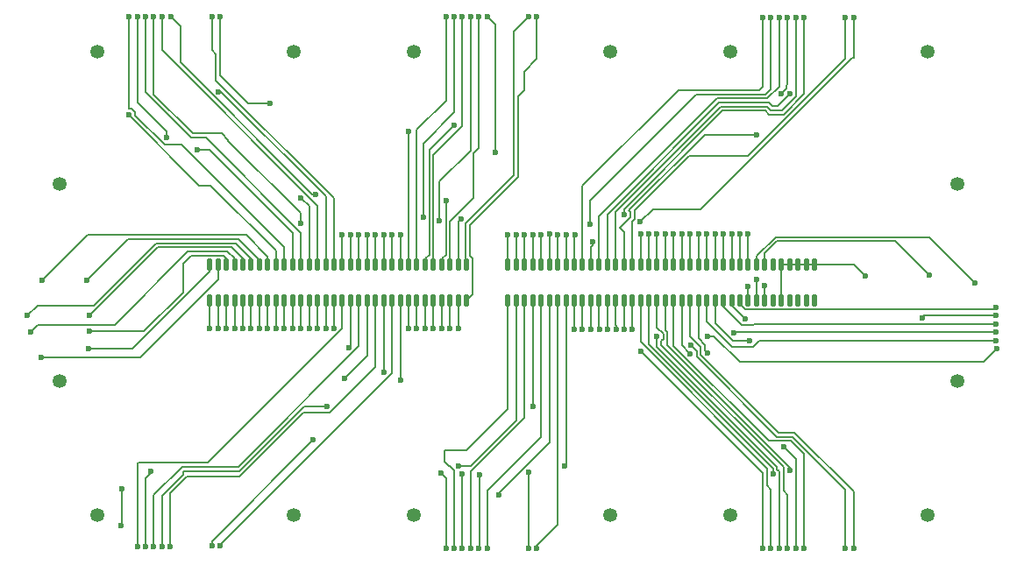
<source format=gbr>
%TF.GenerationSoftware,KiCad,Pcbnew,8.0.2-1*%
%TF.CreationDate,2025-02-24T13:25:59-05:00*%
%TF.ProjectId,ConcentratorBoardOctagon,436f6e63-656e-4747-9261-746f72426f61,rev?*%
%TF.SameCoordinates,Original*%
%TF.FileFunction,Copper,L2,Bot*%
%TF.FilePolarity,Positive*%
%FSLAX46Y46*%
G04 Gerber Fmt 4.6, Leading zero omitted, Abs format (unit mm)*
G04 Created by KiCad (PCBNEW 8.0.2-1) date 2025-02-24 13:25:59*
%MOMM*%
%LPD*%
G01*
G04 APERTURE LIST*
G04 Aperture macros list*
%AMRoundRect*
0 Rectangle with rounded corners*
0 $1 Rounding radius*
0 $2 $3 $4 $5 $6 $7 $8 $9 X,Y pos of 4 corners*
0 Add a 4 corners polygon primitive as box body*
4,1,4,$2,$3,$4,$5,$6,$7,$8,$9,$2,$3,0*
0 Add four circle primitives for the rounded corners*
1,1,$1+$1,$2,$3*
1,1,$1+$1,$4,$5*
1,1,$1+$1,$6,$7*
1,1,$1+$1,$8,$9*
0 Add four rect primitives between the rounded corners*
20,1,$1+$1,$2,$3,$4,$5,0*
20,1,$1+$1,$4,$5,$6,$7,0*
20,1,$1+$1,$6,$7,$8,$9,0*
20,1,$1+$1,$8,$9,$2,$3,0*%
G04 Aperture macros list end*
%TA.AperFunction,ComponentPad*%
%ADD10C,1.348000*%
%TD*%
%TA.AperFunction,SMDPad,CuDef*%
%ADD11RoundRect,0.125000X-0.125000X-0.475000X0.125000X-0.475000X0.125000X0.475000X-0.125000X0.475000X0*%
%TD*%
%TA.AperFunction,ViaPad*%
%ADD12C,0.600000*%
%TD*%
%TA.AperFunction,Conductor*%
%ADD13C,0.200000*%
%TD*%
G04 APERTURE END LIST*
D10*
%TO.P,REF\u002A\u002A4,S1*%
%TO.N,N/C*%
X90505000Y-122500000D03*
%TO.P,REF\u002A\u002A4,S2*%
X109495000Y-122500000D03*
%TD*%
%TO.P,REF\u002A\u002A,S1*%
%TO.N,N/C*%
X59905000Y-122500000D03*
%TO.P,REF\u002A\u002A,S2*%
X78895000Y-122500000D03*
%TD*%
%TO.P,REF\u002A\u002A2,S1*%
%TO.N,N/C*%
X121105000Y-122500000D03*
%TO.P,REF\u002A\u002A2,S2*%
X140095000Y-122500000D03*
%TD*%
%TO.P,REF\u002A\u002A2,S1*%
%TO.N,N/C*%
X121105000Y-77700000D03*
%TO.P,REF\u002A\u002A2,S2*%
X140095000Y-77700000D03*
%TD*%
%TO.P,REF\u002A\u002A,S1*%
%TO.N,N/C*%
X143000000Y-109495000D03*
%TO.P,REF\u002A\u002A,S2*%
X143000000Y-90505000D03*
%TD*%
%TO.P,REF\u002A\u002A1,S1*%
%TO.N,N/C*%
X59905000Y-77700000D03*
%TO.P,REF\u002A\u002A1,S2*%
X78895000Y-77700000D03*
%TD*%
%TO.P,REF\u002A\u002A3,S1*%
%TO.N,N/C*%
X90505000Y-77700000D03*
%TO.P,REF\u002A\u002A3,S2*%
X109495000Y-77700000D03*
%TD*%
%TO.P,REF\u002A\u002A,S1*%
%TO.N,N/C*%
X56300000Y-109495000D03*
%TO.P,REF\u002A\u002A,S2*%
X56300000Y-90505000D03*
%TD*%
D11*
%TO.P,REF\u002A\u002A,1*%
%TO.N,A0*%
X70800000Y-98300000D03*
%TO.P,REF\u002A\u002A,2*%
%TO.N,A1*%
X70800000Y-101700000D03*
%TO.P,REF\u002A\u002A,3*%
%TO.N,K0*%
X71600000Y-98300000D03*
%TO.P,REF\u002A\u002A,4*%
%TO.N,K1*%
X71600000Y-101700000D03*
%TO.P,REF\u002A\u002A,5*%
%TO.N,A2*%
X72400000Y-98300000D03*
%TO.P,REF\u002A\u002A,6*%
%TO.N,A3*%
X72400000Y-101700000D03*
%TO.P,REF\u002A\u002A,7*%
%TO.N,K2*%
X73200000Y-98300000D03*
%TO.P,REF\u002A\u002A,8*%
%TO.N,K3*%
X73200000Y-101700000D03*
%TO.P,REF\u002A\u002A,9*%
%TO.N,A4*%
X74000000Y-98300000D03*
%TO.P,REF\u002A\u002A,10*%
%TO.N,A5*%
X74000000Y-101700000D03*
%TO.P,REF\u002A\u002A,11*%
%TO.N,K4*%
X74800000Y-98300000D03*
%TO.P,REF\u002A\u002A,12*%
%TO.N,K5*%
X74800000Y-101700000D03*
%TO.P,REF\u002A\u002A,13*%
%TO.N,A6*%
X75600000Y-98300000D03*
%TO.P,REF\u002A\u002A,14*%
%TO.N,A7*%
X75600000Y-101700000D03*
%TO.P,REF\u002A\u002A,15*%
%TO.N,K6*%
X76400000Y-98300000D03*
%TO.P,REF\u002A\u002A,16*%
%TO.N,K7*%
X76400000Y-101700000D03*
%TO.P,REF\u002A\u002A,17*%
%TO.N,A8*%
X77200000Y-98300000D03*
%TO.P,REF\u002A\u002A,18*%
%TO.N,A9*%
X77200000Y-101700000D03*
%TO.P,REF\u002A\u002A,19*%
%TO.N,K8*%
X78000000Y-98300000D03*
%TO.P,REF\u002A\u002A,20*%
%TO.N,K9*%
X78000000Y-101700000D03*
%TO.P,REF\u002A\u002A,21*%
%TO.N,A10*%
X78800000Y-98300000D03*
%TO.P,REF\u002A\u002A,22*%
%TO.N,A11*%
X78800000Y-101700000D03*
%TO.P,REF\u002A\u002A,23*%
%TO.N,K10*%
X79600000Y-98300000D03*
%TO.P,REF\u002A\u002A,24*%
%TO.N,K11*%
X79600000Y-101700000D03*
%TO.P,REF\u002A\u002A,25*%
%TO.N,A12*%
X80400000Y-98300000D03*
%TO.P,REF\u002A\u002A,26*%
%TO.N,A13*%
X80400000Y-101700000D03*
%TO.P,REF\u002A\u002A,27*%
%TO.N,K12*%
X81200000Y-98300000D03*
%TO.P,REF\u002A\u002A,28*%
%TO.N,K13*%
X81200000Y-101700000D03*
%TO.P,REF\u002A\u002A,29*%
%TO.N,A14*%
X82000000Y-98300000D03*
%TO.P,REF\u002A\u002A,30*%
%TO.N,A15*%
X82000000Y-101700000D03*
%TO.P,REF\u002A\u002A,31*%
%TO.N,K14*%
X82800000Y-98300000D03*
%TO.P,REF\u002A\u002A,32*%
%TO.N,K15*%
X82800000Y-101700000D03*
%TO.P,REF\u002A\u002A,33*%
%TO.N,A16*%
X83600000Y-98300000D03*
%TO.P,REF\u002A\u002A,34*%
%TO.N,A17*%
X83600000Y-101700000D03*
%TO.P,REF\u002A\u002A,35*%
%TO.N,K16*%
X84400000Y-98300000D03*
%TO.P,REF\u002A\u002A,36*%
%TO.N,K17*%
X84400000Y-101700000D03*
%TO.P,REF\u002A\u002A,37*%
%TO.N,A18*%
X85200000Y-98300000D03*
%TO.P,REF\u002A\u002A,38*%
%TO.N,A19*%
X85200000Y-101700000D03*
%TO.P,REF\u002A\u002A,39*%
%TO.N,K18*%
X86000000Y-98300000D03*
%TO.P,REF\u002A\u002A,40*%
%TO.N,K19*%
X86000000Y-101700000D03*
%TO.P,REF\u002A\u002A,41*%
%TO.N,A20*%
X86800000Y-98300000D03*
%TO.P,REF\u002A\u002A,42*%
%TO.N,A21*%
X86800000Y-101700000D03*
%TO.P,REF\u002A\u002A,43*%
%TO.N,K20*%
X87600000Y-98300000D03*
%TO.P,REF\u002A\u002A,44*%
%TO.N,K21*%
X87600000Y-101700000D03*
%TO.P,REF\u002A\u002A,45*%
%TO.N,A22*%
X88400000Y-98300000D03*
%TO.P,REF\u002A\u002A,46*%
%TO.N,A23*%
X88400000Y-101700000D03*
%TO.P,REF\u002A\u002A,47*%
%TO.N,K22*%
X89200000Y-98300000D03*
%TO.P,REF\u002A\u002A,48*%
%TO.N,K23*%
X89200000Y-101700000D03*
%TO.P,REF\u002A\u002A,49*%
%TO.N,A24*%
X90000000Y-98300000D03*
%TO.P,REF\u002A\u002A,50*%
%TO.N,A25*%
X90000000Y-101700000D03*
%TO.P,REF\u002A\u002A,51*%
%TO.N,K24*%
X90800000Y-98300000D03*
%TO.P,REF\u002A\u002A,52*%
%TO.N,K25*%
X90800000Y-101700000D03*
%TO.P,REF\u002A\u002A,53*%
%TO.N,A26*%
X91600000Y-98300000D03*
%TO.P,REF\u002A\u002A,54*%
%TO.N,A27*%
X91600000Y-101700000D03*
%TO.P,REF\u002A\u002A,55*%
%TO.N,K26*%
X92400000Y-98300000D03*
%TO.P,REF\u002A\u002A,56*%
%TO.N,K27*%
X92400000Y-101700000D03*
%TO.P,REF\u002A\u002A,57*%
%TO.N,A28*%
X93200000Y-98300000D03*
%TO.P,REF\u002A\u002A,58*%
%TO.N,A29*%
X93200000Y-101700000D03*
%TO.P,REF\u002A\u002A,59*%
%TO.N,K28*%
X94000000Y-98300000D03*
%TO.P,REF\u002A\u002A,60*%
%TO.N,K29*%
X94000000Y-101700000D03*
%TO.P,REF\u002A\u002A,61*%
%TO.N,A30*%
X94800000Y-98300000D03*
%TO.P,REF\u002A\u002A,62*%
%TO.N,A31*%
X94800000Y-101700000D03*
%TO.P,REF\u002A\u002A,63*%
%TO.N,K30*%
X95600000Y-98300000D03*
%TO.P,REF\u002A\u002A,64*%
%TO.N,K31*%
X95600000Y-101700000D03*
%TO.P,REF\u002A\u002A,65*%
%TO.N,A32*%
X99600000Y-98300000D03*
%TO.P,REF\u002A\u002A,66*%
%TO.N,A33*%
X99600000Y-101700000D03*
%TO.P,REF\u002A\u002A,67*%
%TO.N,K32*%
X100400000Y-98300000D03*
%TO.P,REF\u002A\u002A,68*%
%TO.N,K33*%
X100400000Y-101700000D03*
%TO.P,REF\u002A\u002A,69*%
%TO.N,A34*%
X101200000Y-98300000D03*
%TO.P,REF\u002A\u002A,70*%
%TO.N,A35*%
X101200000Y-101700000D03*
%TO.P,REF\u002A\u002A,71*%
%TO.N,K34*%
X102000000Y-98300000D03*
%TO.P,REF\u002A\u002A,72*%
%TO.N,K35*%
X102000000Y-101700000D03*
%TO.P,REF\u002A\u002A,73*%
%TO.N,A36*%
X102800000Y-98300000D03*
%TO.P,REF\u002A\u002A,74*%
%TO.N,A37*%
X102800000Y-101700000D03*
%TO.P,REF\u002A\u002A,75*%
%TO.N,K36*%
X103600000Y-98300000D03*
%TO.P,REF\u002A\u002A,76*%
%TO.N,K37*%
X103600000Y-101700000D03*
%TO.P,REF\u002A\u002A,77*%
%TO.N,A38*%
X104400000Y-98300000D03*
%TO.P,REF\u002A\u002A,78*%
%TO.N,A39*%
X104400000Y-101700000D03*
%TO.P,REF\u002A\u002A,79*%
%TO.N,K38*%
X105200000Y-98300000D03*
%TO.P,REF\u002A\u002A,80*%
%TO.N,K39*%
X105200000Y-101700000D03*
%TO.P,REF\u002A\u002A,81*%
%TO.N,A40*%
X106000000Y-98300000D03*
%TO.P,REF\u002A\u002A,82*%
%TO.N,A41*%
X106000000Y-101700000D03*
%TO.P,REF\u002A\u002A,83*%
%TO.N,K40*%
X106800000Y-98300000D03*
%TO.P,REF\u002A\u002A,84*%
%TO.N,K41*%
X106800000Y-101700000D03*
%TO.P,REF\u002A\u002A,85*%
%TO.N,A42*%
X107600000Y-98300000D03*
%TO.P,REF\u002A\u002A,86*%
%TO.N,A43*%
X107600000Y-101700000D03*
%TO.P,REF\u002A\u002A,87*%
%TO.N,K42*%
X108400000Y-98300000D03*
%TO.P,REF\u002A\u002A,88*%
%TO.N,K43*%
X108400000Y-101700000D03*
%TO.P,REF\u002A\u002A,89*%
%TO.N,A44*%
X109200000Y-98300000D03*
%TO.P,REF\u002A\u002A,90*%
%TO.N,A45*%
X109200000Y-101700000D03*
%TO.P,REF\u002A\u002A,91*%
%TO.N,K44*%
X110000000Y-98300000D03*
%TO.P,REF\u002A\u002A,92*%
%TO.N,K45*%
X110000000Y-101700000D03*
%TO.P,REF\u002A\u002A,93*%
%TO.N,A46*%
X110800000Y-98300000D03*
%TO.P,REF\u002A\u002A,94*%
%TO.N,A47*%
X110800000Y-101700000D03*
%TO.P,REF\u002A\u002A,95*%
%TO.N,K46*%
X111600000Y-98300000D03*
%TO.P,REF\u002A\u002A,96*%
%TO.N,K47*%
X111600000Y-101700000D03*
%TO.P,REF\u002A\u002A,97*%
%TO.N,A48*%
X112400000Y-98300000D03*
%TO.P,REF\u002A\u002A,98*%
%TO.N,A49*%
X112400000Y-101700000D03*
%TO.P,REF\u002A\u002A,99*%
%TO.N,K48*%
X113200000Y-98300000D03*
%TO.P,REF\u002A\u002A,100*%
%TO.N,K49*%
X113200000Y-101700000D03*
%TO.P,REF\u002A\u002A,101*%
%TO.N,A50*%
X114000000Y-98300000D03*
%TO.P,REF\u002A\u002A,102*%
%TO.N,A51*%
X114000000Y-101700000D03*
%TO.P,REF\u002A\u002A,103*%
%TO.N,K50*%
X114800000Y-98300000D03*
%TO.P,REF\u002A\u002A,104*%
%TO.N,K51*%
X114800000Y-101700000D03*
%TO.P,REF\u002A\u002A,105*%
%TO.N,A52*%
X115600000Y-98300000D03*
%TO.P,REF\u002A\u002A,106*%
%TO.N,A53*%
X115600000Y-101700000D03*
%TO.P,REF\u002A\u002A,107*%
%TO.N,K52*%
X116400000Y-98300000D03*
%TO.P,REF\u002A\u002A,108*%
%TO.N,K53*%
X116400000Y-101700000D03*
%TO.P,REF\u002A\u002A,109*%
%TO.N,A54*%
X117200000Y-98300000D03*
%TO.P,REF\u002A\u002A,110*%
%TO.N,A55*%
X117200000Y-101700000D03*
%TO.P,REF\u002A\u002A,111*%
%TO.N,K54*%
X118000000Y-98300000D03*
%TO.P,REF\u002A\u002A,112*%
%TO.N,K55*%
X118000000Y-101700000D03*
%TO.P,REF\u002A\u002A,113*%
%TO.N,A56*%
X118800000Y-98300000D03*
%TO.P,REF\u002A\u002A,114*%
%TO.N,A57*%
X118800000Y-101700000D03*
%TO.P,REF\u002A\u002A,115*%
%TO.N,K56*%
X119600000Y-98300000D03*
%TO.P,REF\u002A\u002A,116*%
%TO.N,K57*%
X119600000Y-101700000D03*
%TO.P,REF\u002A\u002A,117*%
%TO.N,A58*%
X120400000Y-98300000D03*
%TO.P,REF\u002A\u002A,118*%
%TO.N,A59*%
X120400000Y-101700000D03*
%TO.P,REF\u002A\u002A,119*%
%TO.N,K58*%
X121200000Y-98300000D03*
%TO.P,REF\u002A\u002A,120*%
%TO.N,K59*%
X121200000Y-101700000D03*
%TO.P,REF\u002A\u002A,121*%
%TO.N,A60*%
X122000000Y-98300000D03*
%TO.P,REF\u002A\u002A,122*%
%TO.N,A61*%
X122000000Y-101700000D03*
%TO.P,REF\u002A\u002A,123*%
%TO.N,K60*%
X122800000Y-98300000D03*
%TO.P,REF\u002A\u002A,124*%
%TO.N,K61*%
X122800000Y-101700000D03*
%TO.P,REF\u002A\u002A,125*%
%TO.N,A62*%
X123600000Y-98300000D03*
%TO.P,REF\u002A\u002A,126*%
%TO.N,A63*%
X123600000Y-101700000D03*
%TO.P,REF\u002A\u002A,127*%
%TO.N,K62*%
X124400000Y-98300000D03*
%TO.P,REF\u002A\u002A,128*%
%TO.N,K63*%
X124400000Y-101700000D03*
%TO.P,REF\u002A\u002A,129*%
%TO.N,N/C*%
X125200000Y-98300000D03*
%TO.P,REF\u002A\u002A,130*%
X125200000Y-101700000D03*
%TO.P,REF\u002A\u002A,131*%
%TO.N,GND*%
X126000000Y-98300000D03*
%TO.P,REF\u002A\u002A,132*%
X126000000Y-101700000D03*
%TO.P,REF\u002A\u002A,133*%
X126800000Y-98300000D03*
%TO.P,REF\u002A\u002A,134*%
%TO.N,N/C*%
X126800000Y-101700000D03*
%TO.P,REF\u002A\u002A,135*%
%TO.N,GND*%
X127600000Y-98300000D03*
%TO.P,REF\u002A\u002A,136*%
%TO.N,N/C*%
X127600000Y-101700000D03*
%TO.P,REF\u002A\u002A,137*%
%TO.N,GND*%
X128400000Y-98300000D03*
%TO.P,REF\u002A\u002A,138*%
%TO.N,N/C*%
X128400000Y-101700000D03*
%TO.P,REF\u002A\u002A,139*%
%TO.N,GND*%
X129200000Y-98300000D03*
%TO.P,REF\u002A\u002A,140*%
%TO.N,N/C*%
X129200000Y-101700000D03*
%TD*%
D12*
%TO.N,A0*%
X59100000Y-106400000D03*
%TO.N,K0*%
X54500000Y-107200000D03*
%TO.N,A2*%
X59200000Y-104700000D03*
%TO.N,K2*%
X53500000Y-104800000D03*
%TO.N,A1*%
X70800000Y-104400000D03*
%TO.N,K1*%
X71600000Y-104400000D03*
%TO.N,K3*%
X73200000Y-104400000D03*
%TO.N,A3*%
X72400000Y-104400000D03*
%TO.N,A5*%
X74000000Y-104400000D03*
%TO.N,K5*%
X74800000Y-104400000D03*
%TO.N,A4*%
X59200000Y-103200000D03*
%TO.N,K4*%
X53200000Y-103200000D03*
%TO.N,A7*%
X75600000Y-104400000D03*
%TO.N,K7*%
X76400000Y-104400000D03*
%TO.N,A6*%
X58900000Y-99800000D03*
%TO.N,K6*%
X54600000Y-99800000D03*
%TO.N,A8*%
X63000000Y-83800000D03*
%TO.N,A9*%
X77200000Y-104400000D03*
%TO.N,A10*%
X69600000Y-87200000D03*
%TO.N,A11*%
X78800000Y-104400000D03*
%TO.N,K12*%
X66225401Y-74300000D03*
%TO.N,K11*%
X79600000Y-94300000D03*
X65400000Y-74300000D03*
X79600000Y-104400000D03*
%TO.N,K10*%
X64600000Y-74300000D03*
%TO.N,K9*%
X66607108Y-85992892D03*
X78000000Y-104400000D03*
X63800000Y-74300000D03*
%TO.N,K8*%
X63000000Y-74300000D03*
%TO.N,A12*%
X79600000Y-91800000D03*
%TO.N,A13*%
X80400000Y-104400000D03*
%TO.N,K13*%
X81200000Y-104400000D03*
X67025404Y-74300000D03*
X81000000Y-91500000D03*
%TO.N,K15*%
X71800000Y-74300000D03*
X76600000Y-82700000D03*
X82800000Y-104400000D03*
%TO.N,A15*%
X82000000Y-104400000D03*
%TO.N,A17*%
X63800000Y-125500000D03*
%TO.N,K17*%
X84200000Y-106300000D03*
%TO.N,A19*%
X65400000Y-125500000D03*
%TO.N,K19*%
X83800000Y-109300000D03*
%TO.N,A21*%
X67000000Y-125500000D03*
%TO.N,K21*%
X87600000Y-108700000D03*
%TO.N,A23*%
X71800000Y-125400000D03*
%TO.N,K23*%
X89200000Y-109400000D03*
%TO.N,A25*%
X90000000Y-104400000D03*
%TO.N,K25*%
X90800000Y-104400000D03*
X91400000Y-93700000D03*
X94400000Y-74300000D03*
%TO.N,A27*%
X91600000Y-104448529D03*
%TO.N,K27*%
X92400000Y-104400000D03*
X93000000Y-94000000D03*
X96000000Y-74300000D03*
%TO.N,A29*%
X93200000Y-104400000D03*
%TO.N,K29*%
X97600000Y-74300000D03*
X94000000Y-104400000D03*
X98400000Y-87400000D03*
%TO.N,A31*%
X94800000Y-104400000D03*
%TO.N,K31*%
X102400000Y-74300000D03*
%TO.N,A14*%
X71651470Y-81548529D03*
%TO.N,K14*%
X71000000Y-74300000D03*
%TO.N,A16*%
X83600000Y-95400000D03*
X62200000Y-123500000D03*
X62300000Y-119900000D03*
%TO.N,K16*%
X84400000Y-95400000D03*
%TO.N,A18*%
X85200000Y-95400000D03*
X64600000Y-125500000D03*
X65074265Y-118274265D03*
%TO.N,K18*%
X86000000Y-95400000D03*
%TO.N,A20*%
X82100000Y-112000000D03*
X86800000Y-95400000D03*
X66200000Y-125500000D03*
%TO.N,K20*%
X87600000Y-95400000D03*
%TO.N,A22*%
X88400000Y-95400000D03*
X80800000Y-115200000D03*
X71000000Y-125400000D03*
%TO.N,K22*%
X89200000Y-95400000D03*
%TO.N,A24*%
X90000000Y-85400000D03*
%TO.N,K24*%
X93600000Y-74300000D03*
%TO.N,A26*%
X94400000Y-84800000D03*
%TO.N,K26*%
X95200000Y-74300000D03*
%TO.N,A28*%
X93600000Y-92100000D03*
%TO.N,K28*%
X96800000Y-74300000D03*
%TO.N,A30*%
X95074265Y-93874265D03*
%TO.N,K30*%
X101600000Y-74300000D03*
%TO.N,GND*%
X134100000Y-99400000D03*
%TO.N,K32*%
X100400003Y-95400000D03*
%TO.N,K33*%
X94800000Y-117702943D03*
%TO.N,K34*%
X102000009Y-95400000D03*
%TO.N,K35*%
X102000000Y-112000000D03*
%TO.N,K36*%
X103600000Y-95300000D03*
%TO.N,K37*%
X98700000Y-120500000D03*
%TO.N,A32*%
X93600000Y-125700000D03*
X99600000Y-95400000D03*
X93100000Y-118400000D03*
%TO.N,A33*%
X94400000Y-125700000D03*
%TO.N,A34*%
X95200000Y-125700000D03*
X101200006Y-95400000D03*
X95200000Y-118500000D03*
%TO.N,A35*%
X96000000Y-125700000D03*
%TO.N,A36*%
X96874265Y-118574265D03*
X96800000Y-125700000D03*
X102800012Y-95400000D03*
%TO.N,A37*%
X97600000Y-125700000D03*
%TO.N,A38*%
X104400000Y-95400000D03*
X101600000Y-118300000D03*
X101600000Y-125700000D03*
%TO.N,K38*%
X105200000Y-95400000D03*
%TO.N,A39*%
X102400000Y-125700000D03*
%TO.N,K39*%
X105100000Y-117700000D03*
%TO.N,A41*%
X106000000Y-104500000D03*
%TO.N,A43*%
X107624265Y-104524265D03*
%TO.N,K41*%
X124999991Y-74400000D03*
X107500000Y-94400000D03*
X106800000Y-104500000D03*
%TO.N,A45*%
X109223878Y-104500023D03*
%TO.N,K43*%
X126599997Y-74400000D03*
X108423876Y-104499253D03*
X125957108Y-81757108D03*
%TO.N,K45*%
X128200000Y-74400000D03*
X110023880Y-104499999D03*
X110822794Y-93422794D03*
%TO.N,A47*%
X110823882Y-104500000D03*
%TO.N,K47*%
X111623885Y-104500000D03*
X112393325Y-94112745D03*
X132988927Y-74388927D03*
%TO.N,A49*%
X125000000Y-125700000D03*
%TO.N,K49*%
X125200000Y-118500000D03*
%TO.N,A40*%
X106100000Y-95400000D03*
%TO.N,K40*%
X124199988Y-74400000D03*
%TO.N,A42*%
X107800000Y-96048527D03*
%TO.N,K42*%
X125799994Y-74400000D03*
%TO.N,A44*%
X126800000Y-81762743D03*
%TO.N,K44*%
X127400000Y-74400000D03*
%TO.N,A46*%
X123600000Y-85700000D03*
%TO.N,K46*%
X132188925Y-74400000D03*
%TO.N,A48*%
X112400000Y-106600000D03*
X124200000Y-125700000D03*
X112399994Y-95300000D03*
%TO.N,K48*%
X113199997Y-95300000D03*
%TO.N,K50*%
X114800000Y-95300000D03*
%TO.N,K52*%
X116400000Y-95300000D03*
%TO.N,A51*%
X126600000Y-125700000D03*
%TO.N,A52*%
X126245585Y-115900000D03*
X115600000Y-95300000D03*
X127400000Y-125700000D03*
%TO.N,A53*%
X128200000Y-125700000D03*
%TO.N,A54*%
X132200000Y-125700000D03*
X117222204Y-106048188D03*
X117200000Y-95300000D03*
%TO.N,A55*%
X133000000Y-125700000D03*
%TO.N,A56*%
X146800000Y-106400000D03*
X118900000Y-105200000D03*
X118800000Y-95300000D03*
%TO.N,K51*%
X126800000Y-118116370D03*
%TO.N,K53*%
X117212639Y-106887152D03*
%TO.N,K54*%
X118000000Y-95300000D03*
%TO.N,K55*%
X118877642Y-106834997D03*
%TO.N,K56*%
X119600000Y-95300000D03*
%TO.N,A50*%
X114000000Y-95300000D03*
X114000000Y-105200000D03*
X125800000Y-125700000D03*
%TO.N,K58*%
X121200000Y-95300000D03*
%TO.N,K57*%
X122900000Y-105600000D03*
%TO.N,K59*%
X122500000Y-103500000D03*
%TO.N,K60*%
X122800000Y-95300000D03*
%TO.N,K61*%
X122800000Y-100400000D03*
%TO.N,K62*%
X140300000Y-99300000D03*
%TO.N,A62*%
X144700000Y-100000000D03*
%TO.N,A61*%
X146700000Y-102399997D03*
%TO.N,A60*%
X122000000Y-95300000D03*
X146700000Y-103200000D03*
X139600000Y-103400000D03*
%TO.N,A59*%
X146700000Y-104000000D03*
%TO.N,A58*%
X146700000Y-104800000D03*
X121375735Y-104824265D03*
X120400000Y-95300000D03*
%TO.N,A57*%
X146700000Y-105600000D03*
%TO.N,A63*%
X123600000Y-99700000D03*
%TO.N,K63*%
X124400000Y-100300000D03*
%TD*%
D13*
%TO.N,K51*%
X114800000Y-104585785D02*
X114800000Y-101700000D01*
X126800000Y-118116370D02*
X126800000Y-117888727D01*
X126800000Y-117888727D02*
X115000000Y-106088727D01*
X115000000Y-106088727D02*
X115000000Y-104785786D01*
X115000000Y-104785786D02*
X114800000Y-104585785D01*
%TO.N,K43*%
X126599997Y-80831375D02*
X126599997Y-74400000D01*
X126465686Y-80965686D02*
X126599997Y-80831375D01*
X125957108Y-81757108D02*
X126465686Y-81248530D01*
X126465686Y-81248530D02*
X126465686Y-80965686D01*
%TO.N,A44*%
X126800000Y-81762743D02*
X126800000Y-81762745D01*
X126800000Y-81762745D02*
X125605637Y-82957108D01*
X124757108Y-82600000D02*
X120000001Y-82600000D01*
X125108579Y-82957108D02*
X124757108Y-82605637D01*
X124757108Y-82605637D02*
X124757108Y-82600000D01*
X125605637Y-82957108D02*
X125108579Y-82957108D01*
X120000001Y-82600000D02*
X109200000Y-93400001D01*
X109200000Y-93400001D02*
X109200000Y-98300000D01*
%TO.N,K33*%
X100400000Y-113300000D02*
X100400000Y-101700000D01*
X95997057Y-117702943D02*
X100400000Y-113300000D01*
X94800000Y-117702943D02*
X95997057Y-117702943D01*
%TO.N,K15*%
X76600000Y-82700000D02*
X74500000Y-82700000D01*
X74500000Y-82700000D02*
X71800000Y-80000000D01*
X71800000Y-80000000D02*
X71800000Y-74300000D01*
%TO.N,K9*%
X63800000Y-82600000D02*
X63800000Y-74300000D01*
X66607108Y-85992892D02*
X66607108Y-85407108D01*
X66607108Y-85407108D02*
X63800000Y-82600000D01*
%TO.N,K8*%
X63600000Y-83551471D02*
X63600000Y-83834314D01*
X63000000Y-83200000D02*
X63248529Y-83200000D01*
X63248529Y-83200000D02*
X63600000Y-83551471D01*
X63000000Y-74300000D02*
X63000000Y-83200000D01*
X66465686Y-86700000D02*
X68100000Y-86700000D01*
X68100000Y-86700000D02*
X78000000Y-96600000D01*
X63600000Y-83834314D02*
X66465686Y-86700000D01*
X78000000Y-96600000D02*
X78000000Y-98300000D01*
%TO.N,A0*%
X70800000Y-98300000D02*
X70800000Y-98899999D01*
X63299999Y-106400000D02*
X59100000Y-106400000D01*
X70800000Y-98899999D02*
X63299999Y-106400000D01*
%TO.N,K0*%
X71600000Y-99695494D02*
X64095494Y-107200000D01*
X64095494Y-107200000D02*
X54500000Y-107200000D01*
X71600000Y-98300000D02*
X71600000Y-99695494D01*
%TO.N,A2*%
X72099999Y-97400000D02*
X69007000Y-97400000D01*
X68200000Y-98207000D02*
X68200000Y-100934313D01*
X72400000Y-98300000D02*
X72400000Y-97700001D01*
X64434313Y-104700000D02*
X59200000Y-104700000D01*
X72400000Y-97700001D02*
X72099999Y-97400000D01*
X69007000Y-97400000D02*
X68200000Y-98207000D01*
X68200000Y-100934313D02*
X64434313Y-104700000D01*
%TO.N,K2*%
X68700000Y-97000000D02*
X61600000Y-104100000D01*
X53400000Y-104900000D02*
X53500000Y-104800000D01*
X54200000Y-104100000D02*
X53500000Y-104800000D01*
X72499999Y-97000000D02*
X68700000Y-97000000D01*
X73200000Y-98300000D02*
X73200000Y-97700001D01*
X61600000Y-104100000D02*
X54200000Y-104100000D01*
X73200000Y-97700001D02*
X72499999Y-97000000D01*
%TO.N,A1*%
X70800000Y-104400000D02*
X70800000Y-101700000D01*
%TO.N,K1*%
X71600000Y-104400000D02*
X71600000Y-101700000D01*
%TO.N,K3*%
X73200000Y-101700000D02*
X73200000Y-104400000D01*
%TO.N,A3*%
X72400000Y-101700000D02*
X72400000Y-104400000D01*
%TO.N,A5*%
X74000000Y-101700000D02*
X74000000Y-104400000D01*
%TO.N,K5*%
X74800000Y-101700000D02*
X74800000Y-104400000D01*
%TO.N,A4*%
X65800000Y-96600000D02*
X59200000Y-103200000D01*
X72899999Y-96600000D02*
X65800000Y-96600000D01*
X74000000Y-98300000D02*
X74000000Y-97700001D01*
X74000000Y-97700001D02*
X72899999Y-96600000D01*
%TO.N,K4*%
X74800000Y-97700001D02*
X74800000Y-98300000D01*
X59634314Y-102200000D02*
X65634314Y-96200000D01*
X54200000Y-102200000D02*
X59634314Y-102200000D01*
X53200000Y-103200000D02*
X54200000Y-102200000D01*
X65634314Y-96200000D02*
X73299999Y-96200000D01*
X73299999Y-96200000D02*
X74800000Y-97700001D01*
%TO.N,A7*%
X75600000Y-101700000D02*
X75600000Y-104400000D01*
%TO.N,K7*%
X76400000Y-101700000D02*
X76400000Y-104400000D01*
%TO.N,A6*%
X62900000Y-95800000D02*
X73550000Y-95800000D01*
X73550000Y-95800000D02*
X75600000Y-97850000D01*
X58900000Y-99800000D02*
X62900000Y-95800000D01*
X75600000Y-97850000D02*
X75600000Y-98300000D01*
%TO.N,K6*%
X59000000Y-95400000D02*
X74300000Y-95400000D01*
X74300000Y-95400000D02*
X76400000Y-97500000D01*
X54600000Y-99800000D02*
X59000000Y-95400000D01*
X76400000Y-97500000D02*
X76400000Y-98300000D01*
%TO.N,A8*%
X70900000Y-90600000D02*
X77200000Y-96900000D01*
X63000000Y-83800000D02*
X69800000Y-90600000D01*
X77200000Y-96900000D02*
X77200000Y-98300000D01*
X69800000Y-90600000D02*
X70900000Y-90600000D01*
%TO.N,A9*%
X77200000Y-101700000D02*
X77200000Y-104400000D01*
%TO.N,A10*%
X70800000Y-87200000D02*
X78800000Y-95200000D01*
X78800000Y-95200000D02*
X78800000Y-98300000D01*
X69600000Y-87200000D02*
X70800000Y-87200000D01*
%TO.N,A11*%
X78800000Y-101700000D02*
X78800000Y-104400000D01*
%TO.N,K12*%
X81200000Y-92551471D02*
X81200000Y-98300000D01*
X66200000Y-77551471D02*
X81200000Y-92551471D01*
X66225401Y-74300000D02*
X66200000Y-74325401D01*
X66200000Y-74325401D02*
X66200000Y-77551471D01*
%TO.N,K11*%
X65400000Y-81800000D02*
X69200000Y-85600000D01*
X72000000Y-85600000D02*
X72600000Y-86200000D01*
X69200000Y-85600000D02*
X72000000Y-85600000D01*
X72600000Y-86300000D02*
X79600000Y-93300000D01*
X79600000Y-93300000D02*
X79600000Y-94300000D01*
X79600000Y-101700000D02*
X79600000Y-104400000D01*
X65400000Y-74300000D02*
X65400000Y-81800000D01*
X72600000Y-86200000D02*
X72600000Y-86300000D01*
%TO.N,K10*%
X70400000Y-86000000D02*
X79600000Y-95200000D01*
X79737000Y-98163000D02*
X79600000Y-98300000D01*
X64600000Y-81600000D02*
X69000000Y-86000000D01*
X64600000Y-74300000D02*
X64600000Y-81600000D01*
X69000000Y-86000000D02*
X70400000Y-86000000D01*
X79600000Y-95200000D02*
X79600000Y-98300000D01*
%TO.N,K9*%
X78000000Y-101700000D02*
X78000000Y-104400000D01*
%TO.N,A12*%
X80400000Y-98300000D02*
X80400000Y-92600000D01*
X80400000Y-92600000D02*
X79600000Y-91800000D01*
%TO.N,A13*%
X80400000Y-101700000D02*
X80400000Y-104400000D01*
%TO.N,K13*%
X67025404Y-74300000D02*
X67950000Y-75224596D01*
X81200000Y-104400000D02*
X81200000Y-101700000D01*
X67950000Y-78735785D02*
X80714215Y-91500000D01*
X80714215Y-91500000D02*
X81000000Y-91500000D01*
X67950000Y-75224596D02*
X67950000Y-78735785D01*
%TO.N,K15*%
X82800000Y-104400000D02*
X82800000Y-101700000D01*
%TO.N,A15*%
X82000000Y-101700000D02*
X82000000Y-104400000D01*
%TO.N,A17*%
X63900000Y-117400000D02*
X70648529Y-117400000D01*
X70648529Y-117400000D02*
X83600000Y-104448529D01*
X63800000Y-125500000D02*
X63800000Y-117500000D01*
X63800000Y-117500000D02*
X63900000Y-117400000D01*
X83600000Y-104448529D02*
X83600000Y-101700000D01*
%TO.N,K17*%
X84400000Y-101700000D02*
X84400000Y-106100000D01*
X84400000Y-106100000D02*
X84200000Y-106300000D01*
%TO.N,A19*%
X85200000Y-106148529D02*
X73548529Y-117800000D01*
X85200000Y-101700000D02*
X85200000Y-106148529D01*
X68148529Y-117800000D02*
X65400000Y-120548529D01*
X73548529Y-117800000D02*
X68148529Y-117800000D01*
X65400000Y-120548529D02*
X65400000Y-125500000D01*
%TO.N,K19*%
X83800000Y-109300000D02*
X86000000Y-107100000D01*
X86000000Y-101700000D02*
X86200000Y-101900000D01*
X86000000Y-107100000D02*
X86000000Y-101700000D01*
%TO.N,A21*%
X82348530Y-112600000D02*
X79879901Y-112600000D01*
X67432843Y-119932843D02*
X67000000Y-120365686D01*
X86800000Y-101700000D02*
X86800000Y-108148529D01*
X86800000Y-108148529D02*
X82424265Y-112524265D01*
X82424265Y-112524265D02*
X82348530Y-112600000D01*
X68582842Y-118782843D02*
X68422792Y-118942893D01*
X67000000Y-120365686D02*
X67000000Y-125500000D01*
X73697058Y-118782843D02*
X68582842Y-118782843D01*
X68422792Y-118942893D02*
X67432843Y-119932843D01*
X79879901Y-112600000D02*
X73697058Y-118782843D01*
%TO.N,K21*%
X87600000Y-108700000D02*
X87600000Y-101700000D01*
%TO.N,A23*%
X88400000Y-106000000D02*
X88400000Y-108748529D01*
X88400000Y-108748529D02*
X71800000Y-125348529D01*
X71800000Y-125348529D02*
X71800000Y-125400000D01*
X88400000Y-106000000D02*
X88400000Y-101700000D01*
%TO.N,K23*%
X89200000Y-109400000D02*
X89200000Y-101700000D01*
%TO.N,A25*%
X90000000Y-101700000D02*
X90000000Y-104400000D01*
%TO.N,K25*%
X94400000Y-74300000D02*
X94400000Y-83534314D01*
X94400000Y-83534314D02*
X91400000Y-86534314D01*
X91400000Y-86534314D02*
X91400000Y-93700000D01*
X90800000Y-104400000D02*
X90800000Y-101700000D01*
%TO.N,A27*%
X91600000Y-101700000D02*
X91600000Y-104448529D01*
%TO.N,K27*%
X96000000Y-74300000D02*
X96000000Y-87234314D01*
X93000000Y-90234314D02*
X93000000Y-94000000D01*
X96000000Y-87234314D02*
X93000000Y-90234314D01*
X92400000Y-104400000D02*
X92400000Y-101700000D01*
%TO.N,A29*%
X93200000Y-104400000D02*
X93200000Y-101700000D01*
%TO.N,K29*%
X98400000Y-87400000D02*
X98400000Y-75100000D01*
X94000000Y-101700000D02*
X94000000Y-104400000D01*
X98400000Y-75100000D02*
X97600000Y-74300000D01*
%TO.N,A31*%
X94800000Y-101700000D02*
X94800000Y-104400000D01*
%TO.N,K31*%
X95900000Y-97395494D02*
X96150000Y-97645494D01*
X96150000Y-97645494D02*
X96150000Y-101150000D01*
X100600000Y-82000000D02*
X100600000Y-89762745D01*
X95900000Y-94462745D02*
X95900000Y-97395494D01*
X101200000Y-79600000D02*
X101200000Y-81400000D01*
X101200000Y-81400000D02*
X100600000Y-82000000D01*
X102400000Y-78400000D02*
X101200000Y-79600000D01*
X96150000Y-101150000D02*
X95600000Y-101700000D01*
X102400000Y-74300000D02*
X102400000Y-78400000D01*
X100600000Y-89762745D02*
X95900000Y-94462745D01*
X95600000Y-101700000D02*
X95550000Y-101700000D01*
%TO.N,A14*%
X82000000Y-91651471D02*
X82000000Y-98300000D01*
X71897058Y-81548529D02*
X82000000Y-91651471D01*
X71651470Y-81548529D02*
X71897058Y-81548529D01*
%TO.N,K14*%
X71400000Y-77900000D02*
X71400000Y-80448529D01*
X71000000Y-74300000D02*
X71000000Y-77500000D01*
X82800000Y-95400000D02*
X82800000Y-98300000D01*
X71400000Y-80448529D02*
X82800000Y-91848529D01*
X82800000Y-91848529D02*
X82800000Y-95400000D01*
X71000000Y-77500000D02*
X71400000Y-77900000D01*
%TO.N,A16*%
X83600000Y-95400000D02*
X83600000Y-98300000D01*
X62300000Y-123400000D02*
X62200000Y-123500000D01*
X62300000Y-119900000D02*
X62300000Y-123400000D01*
%TO.N,K16*%
X84400000Y-95400000D02*
X84400000Y-98300000D01*
%TO.N,A18*%
X64600000Y-118900000D02*
X64600000Y-125500000D01*
X65074265Y-118425735D02*
X64600000Y-118900000D01*
X85200000Y-95400000D02*
X85200000Y-98300000D01*
X65074265Y-118274265D02*
X65074265Y-118425735D01*
%TO.N,K18*%
X86000000Y-95400000D02*
X86000000Y-98300000D01*
%TO.N,A20*%
X86800000Y-95400000D02*
X86800000Y-98300000D01*
X68257107Y-118257108D02*
X68257107Y-118542893D01*
X79914215Y-112000000D02*
X73657107Y-118257108D01*
X82100000Y-112000000D02*
X79914215Y-112000000D01*
X66200000Y-120600000D02*
X66200000Y-125500000D01*
X68257107Y-118542893D02*
X66200000Y-120600000D01*
X73657107Y-118257108D02*
X68257107Y-118257108D01*
%TO.N,K20*%
X87600000Y-95400000D02*
X87600000Y-98300000D01*
%TO.N,A22*%
X88400000Y-95400000D02*
X88400000Y-98300000D01*
X71000000Y-125000000D02*
X80800000Y-115200000D01*
X71000000Y-125400000D02*
X71000000Y-125000000D01*
%TO.N,K22*%
X89200000Y-95400000D02*
X89200000Y-98300000D01*
%TO.N,A24*%
X90000000Y-85400000D02*
X90000000Y-98300000D01*
%TO.N,K24*%
X90800000Y-85200000D02*
X90800000Y-98300000D01*
X93600000Y-82400000D02*
X90800000Y-85200000D01*
X93600000Y-74300000D02*
X93600000Y-82400000D01*
%TO.N,A26*%
X92000000Y-97300001D02*
X92000000Y-87200000D01*
X91600000Y-98300000D02*
X91600000Y-97700001D01*
X91600000Y-97700001D02*
X92000000Y-97300001D01*
X92000000Y-87200000D02*
X94400000Y-84800000D01*
%TO.N,K26*%
X92400000Y-87700000D02*
X95200000Y-84900000D01*
X92400000Y-98300000D02*
X92400000Y-87700000D01*
X95200000Y-84900000D02*
X95200000Y-74300000D01*
%TO.N,A28*%
X93200000Y-97700001D02*
X93200000Y-98300000D01*
X93600000Y-92100000D02*
X93600000Y-97300001D01*
X93600000Y-97300001D02*
X93200000Y-97700001D01*
%TO.N,K28*%
X96800000Y-87000000D02*
X96300000Y-87500000D01*
X96300000Y-87500000D02*
X96300000Y-91800000D01*
X96300000Y-91800000D02*
X94000000Y-94100000D01*
X96800000Y-74300000D02*
X96800000Y-87000000D01*
X94000000Y-94100000D02*
X94000000Y-98300000D01*
%TO.N,A30*%
X94800000Y-94148530D02*
X94800000Y-98300000D01*
X95074265Y-93874265D02*
X94800000Y-94148530D01*
%TO.N,K30*%
X101600000Y-74300000D02*
X100200000Y-75700000D01*
X95500000Y-98200000D02*
X95600000Y-98300000D01*
X95500000Y-94297059D02*
X95500000Y-98200000D01*
X100200000Y-89597059D02*
X95500000Y-94297059D01*
X100200000Y-75700000D02*
X100200000Y-89597059D01*
%TO.N,GND*%
X133000000Y-98300000D02*
X129200000Y-98300000D01*
X134100000Y-99400000D02*
X133000000Y-98300000D01*
X126000000Y-98300000D02*
X126000000Y-101700000D01*
X129200000Y-98300000D02*
X126000000Y-98300000D01*
%TO.N,K32*%
X100400000Y-95400003D02*
X100400000Y-98300000D01*
X100400003Y-95400000D02*
X100400000Y-95400003D01*
%TO.N,K34*%
X102000000Y-95400009D02*
X102000009Y-95400000D01*
X102000000Y-98300000D02*
X102000000Y-95400009D01*
%TO.N,K35*%
X102000000Y-112000000D02*
X102000000Y-101700000D01*
%TO.N,K36*%
X103600000Y-98300000D02*
X103600000Y-95300000D01*
%TO.N,K37*%
X98700000Y-120351471D02*
X98700000Y-120500000D01*
X103600000Y-115451471D02*
X98700000Y-120351471D01*
X103600000Y-101700000D02*
X103600000Y-115451471D01*
%TO.N,A32*%
X99600000Y-98300000D02*
X99600000Y-95400000D01*
X93100000Y-118400000D02*
X93600000Y-118900000D01*
X93600000Y-118900000D02*
X93600000Y-125700000D01*
%TO.N,A33*%
X94400000Y-125700000D02*
X94400000Y-118151471D01*
X93500000Y-116200000D02*
X95600000Y-116200000D01*
X94400000Y-118151471D02*
X93948529Y-117700000D01*
X93500000Y-117300000D02*
X93500000Y-116200000D01*
X95600000Y-116200000D02*
X99600000Y-112200000D01*
X93948529Y-117700000D02*
X93900000Y-117700000D01*
X99600000Y-112200000D02*
X99600000Y-101700000D01*
X93900000Y-117700000D02*
X93500000Y-117300000D01*
%TO.N,A34*%
X101200000Y-95400006D02*
X101200006Y-95400000D01*
X95200000Y-118500000D02*
X95200000Y-125700000D01*
X101200000Y-98300000D02*
X101200000Y-95400006D01*
%TO.N,A35*%
X101200000Y-113065686D02*
X101200000Y-101700000D01*
X96000000Y-125700000D02*
X96000000Y-118265686D01*
X96000000Y-118265686D02*
X101200000Y-113065686D01*
%TO.N,A36*%
X102800000Y-95400012D02*
X102800012Y-95400000D01*
X96874265Y-125625735D02*
X96800000Y-125700000D01*
X102800000Y-98300000D02*
X102800000Y-95400012D01*
X96874265Y-118574265D02*
X96874265Y-125625735D01*
%TO.N,A37*%
X97600000Y-120100000D02*
X102800000Y-114900000D01*
X97600000Y-125700000D02*
X97600000Y-120100000D01*
X102800000Y-114900000D02*
X102800000Y-101700000D01*
%TO.N,A38*%
X104400000Y-98300000D02*
X104400000Y-95400000D01*
X101600000Y-118300000D02*
X101600000Y-125700000D01*
%TO.N,K38*%
X105200000Y-98300000D02*
X105200000Y-95400000D01*
%TO.N,A39*%
X102400000Y-125400000D02*
X104400000Y-123400000D01*
X102400000Y-125700000D02*
X102400000Y-125400000D01*
X104400000Y-123400000D02*
X104400000Y-101700000D01*
%TO.N,K39*%
X105200000Y-101700000D02*
X105200000Y-117600000D01*
X105200000Y-117600000D02*
X105100000Y-117700000D01*
%TO.N,A41*%
X106000000Y-101700000D02*
X106000000Y-104500000D01*
%TO.N,A43*%
X107600000Y-101700000D02*
X107600000Y-104500000D01*
X107600000Y-104500000D02*
X107624265Y-104524265D01*
%TO.N,K41*%
X107500000Y-92100000D02*
X117800000Y-81800000D01*
X124500000Y-81800000D02*
X124999991Y-81300009D01*
X124999991Y-81300009D02*
X124999991Y-74400000D01*
X117800000Y-81800000D02*
X124500000Y-81800000D01*
X107500000Y-94400000D02*
X107500000Y-92100000D01*
X106800000Y-104500000D02*
X106800000Y-101700000D01*
%TO.N,A45*%
X109200000Y-104476145D02*
X109223878Y-104500023D01*
X109200000Y-101700000D02*
X109200000Y-104476145D01*
%TO.N,K43*%
X108400000Y-101700000D02*
X108400000Y-104475377D01*
X108400000Y-104475377D02*
X108423876Y-104499253D01*
%TO.N,K45*%
X126219852Y-83757108D02*
X128200000Y-81776960D01*
X124420100Y-83400000D02*
X124777208Y-83757108D01*
X110023880Y-104499999D02*
X110023880Y-104123880D01*
X110023880Y-104123880D02*
X110000000Y-104100000D01*
X110822794Y-92908579D02*
X120331373Y-83400000D01*
X110000000Y-104100000D02*
X110000000Y-101700000D01*
X120331373Y-83400000D02*
X124420100Y-83400000D01*
X124777208Y-83757108D02*
X126219852Y-83757108D01*
X110822794Y-93422794D02*
X110822794Y-92908579D01*
X128200000Y-81776960D02*
X128200000Y-74400000D01*
%TO.N,A47*%
X110800000Y-104200000D02*
X110800000Y-101700000D01*
X110800000Y-104476118D02*
X110823882Y-104500000D01*
X110800000Y-104200000D02*
X110800000Y-104476118D01*
%TO.N,K47*%
X113606070Y-92900000D02*
X118208332Y-92900000D01*
X111600000Y-104476115D02*
X111623885Y-104500000D01*
X132988927Y-78300000D02*
X132988927Y-74388927D01*
X111600000Y-101700000D02*
X111600000Y-104476115D01*
X112393325Y-94112745D02*
X113606070Y-92900000D01*
X132808332Y-78300000D02*
X132988927Y-78300000D01*
X118208332Y-92900000D02*
X132808332Y-78300000D01*
%TO.N,A49*%
X124600000Y-119600000D02*
X124600000Y-117951471D01*
X125000000Y-120000000D02*
X124600000Y-119600000D01*
X125000000Y-125700000D02*
X125000000Y-120000000D01*
X112400000Y-105751471D02*
X112400000Y-101700000D01*
X124600000Y-117951471D02*
X112400000Y-105751471D01*
%TO.N,K49*%
X113200000Y-105985785D02*
X113200000Y-101700000D01*
X125200000Y-117985785D02*
X113200000Y-105985785D01*
X125200000Y-118500000D02*
X125200000Y-117985785D01*
%TO.N,A40*%
X106000000Y-98300000D02*
X106000000Y-95500000D01*
X106000000Y-95500000D02*
X106100000Y-95400000D01*
%TO.N,K40*%
X116048529Y-81400000D02*
X106800000Y-90648529D01*
X124199988Y-81100012D02*
X123900000Y-81400000D01*
X124199988Y-74400000D02*
X124199988Y-81100012D01*
X106800000Y-90648529D02*
X106800000Y-98300000D01*
X123900000Y-81400000D02*
X116048529Y-81400000D01*
%TO.N,A42*%
X107800000Y-96048527D02*
X107800000Y-96400000D01*
X107800000Y-96400000D02*
X107600000Y-96600000D01*
X107600000Y-96600000D02*
X107600000Y-98300000D01*
%TO.N,K42*%
X124665686Y-82200000D02*
X119834315Y-82200000D01*
X125799994Y-81065692D02*
X124665686Y-82200000D01*
X125799994Y-74400000D02*
X125799994Y-81065692D01*
X108400000Y-93634315D02*
X108400000Y-98300000D01*
X119834315Y-82200000D02*
X108400000Y-93634315D01*
%TO.N,K44*%
X127400000Y-74400000D02*
X127400000Y-82011274D01*
X127400000Y-82011274D02*
X126054166Y-83357108D01*
X124585786Y-83000000D02*
X120165687Y-83000000D01*
X120165687Y-83000000D02*
X110000000Y-93165687D01*
X126054166Y-83357108D02*
X124942894Y-83357108D01*
X124942894Y-83357108D02*
X124585786Y-83000000D01*
X110000000Y-93165687D02*
X110000000Y-98300000D01*
%TO.N,A46*%
X111272794Y-93024265D02*
X118597059Y-85700000D01*
X111422794Y-93174265D02*
X111272794Y-93024265D01*
X110400000Y-94734314D02*
X111422794Y-93711520D01*
X118597059Y-85700000D02*
X123600000Y-85700000D01*
X110800000Y-95134314D02*
X110400000Y-94734314D01*
X110800000Y-98300000D02*
X110800000Y-95134314D01*
X111422794Y-93711520D02*
X111422794Y-93174265D01*
%TO.N,K46*%
X132188925Y-78353721D02*
X122742646Y-87800000D01*
X122742646Y-87800000D02*
X117062745Y-87800000D01*
X132188925Y-74400000D02*
X132188925Y-78353721D01*
X111822794Y-93039951D02*
X111822794Y-93877205D01*
X111822794Y-93877205D02*
X111600000Y-94099999D01*
X117062745Y-87800000D02*
X111822794Y-93039951D01*
X111600000Y-94099999D02*
X111600000Y-98300000D01*
%TO.N,A48*%
X112400000Y-95300006D02*
X112400000Y-98300000D01*
X124200000Y-125700000D02*
X124200000Y-118400000D01*
X124200000Y-118400000D02*
X112400000Y-106600000D01*
X112399994Y-95300000D02*
X112400000Y-95300006D01*
%TO.N,K48*%
X113200000Y-95300003D02*
X113200000Y-98300000D01*
X113199997Y-95300000D02*
X113200000Y-95300003D01*
%TO.N,K50*%
X114800000Y-95300000D02*
X114800000Y-98300000D01*
%TO.N,K52*%
X116400000Y-98300000D02*
X116400000Y-95300000D01*
%TO.N,A51*%
X126600000Y-120500000D02*
X126200000Y-120100000D01*
X126600000Y-125700000D02*
X126600000Y-120500000D01*
X114600000Y-104951471D02*
X114000000Y-104351471D01*
X126200000Y-120100000D02*
X126200000Y-117854413D01*
X114000000Y-104351471D02*
X114000000Y-101700000D01*
X114400000Y-105648529D02*
X114600000Y-105448529D01*
X126200000Y-117854413D02*
X114400000Y-106054413D01*
X114400000Y-106054413D02*
X114400000Y-105648529D01*
X114600000Y-105448529D02*
X114600000Y-104951471D01*
%TO.N,A52*%
X126245585Y-115900000D02*
X127400000Y-117054415D01*
X115600000Y-98300000D02*
X115600000Y-95300000D01*
X127400000Y-117054415D02*
X127400000Y-125700000D01*
%TO.N,A53*%
X126948529Y-115300000D02*
X124776959Y-115300000D01*
X128200000Y-116551471D02*
X126948529Y-115300000D01*
X124776959Y-115300000D02*
X115600000Y-106123041D01*
X128200000Y-125700000D02*
X128200000Y-116551471D01*
X115600000Y-106123041D02*
X115600000Y-101700000D01*
X115600000Y-101700000D02*
X115700000Y-101800000D01*
%TO.N,A54*%
X125528430Y-114900000D02*
X127114215Y-114900000D01*
X117812639Y-107184209D02*
X125528430Y-114900000D01*
X117222204Y-106048188D02*
X117812639Y-106638623D01*
X127114215Y-114900000D02*
X132200000Y-119985785D01*
X117200000Y-95300000D02*
X117200000Y-98300000D01*
X117812639Y-106638623D02*
X117812639Y-107184209D01*
X132200000Y-119985785D02*
X132200000Y-125700000D01*
%TO.N,A55*%
X118212639Y-106190094D02*
X117200000Y-105177455D01*
X127279901Y-114500000D02*
X125694116Y-114500000D01*
X117200000Y-105177455D02*
X117200000Y-101700000D01*
X118212639Y-107018523D02*
X118212639Y-106190094D01*
X125694116Y-114500000D02*
X118212639Y-107018523D01*
X133000000Y-125700000D02*
X133000000Y-120220099D01*
X133000000Y-120220099D02*
X127279901Y-114500000D01*
%TO.N,A56*%
X122000000Y-107700000D02*
X145500000Y-107700000D01*
X118900000Y-105200000D02*
X119500000Y-105200000D01*
X145500000Y-107700000D02*
X146800000Y-106400000D01*
X119500000Y-105200000D02*
X122000000Y-107700000D01*
X118800000Y-95300000D02*
X118800000Y-98300000D01*
%TO.N,K53*%
X117212639Y-106887152D02*
X116400000Y-106074513D01*
X116400000Y-106074513D02*
X116400000Y-101700000D01*
%TO.N,K54*%
X118000000Y-95300000D02*
X118000000Y-98300000D01*
%TO.N,K55*%
X118612639Y-106024408D02*
X118000000Y-105411769D01*
X118612639Y-106569994D02*
X118612639Y-106024408D01*
X118877642Y-106834997D02*
X118612639Y-106569994D01*
X118000000Y-105411769D02*
X118000000Y-101700000D01*
%TO.N,K56*%
X119600000Y-95300000D02*
X119600000Y-98300000D01*
%TO.N,A50*%
X125800000Y-118251471D02*
X125600000Y-118051471D01*
X125800000Y-125700000D02*
X125800000Y-118251471D01*
X125600000Y-117820099D02*
X114000000Y-106220099D01*
X114000000Y-106220099D02*
X114000000Y-105200000D01*
X125600000Y-118051471D02*
X125600000Y-117820099D01*
X114000000Y-98300000D02*
X114000000Y-95300000D01*
%TO.N,K58*%
X121200000Y-95300000D02*
X121200000Y-98300000D01*
%TO.N,K57*%
X121302941Y-105600000D02*
X119600000Y-103897059D01*
X122900000Y-105600000D02*
X121302941Y-105600000D01*
X119600000Y-103897059D02*
X119600000Y-101700000D01*
%TO.N,K59*%
X122500000Y-103500000D02*
X121200000Y-102200000D01*
X121200000Y-102200000D02*
X121200000Y-101700000D01*
%TO.N,K60*%
X122800000Y-98300000D02*
X122800000Y-95300000D01*
%TO.N,K61*%
X122800000Y-100400000D02*
X122800000Y-101700000D01*
%TO.N,K62*%
X140300000Y-99300000D02*
X137000000Y-96000000D01*
X125600000Y-96000000D02*
X124400000Y-97200000D01*
X137000000Y-96000000D02*
X125600000Y-96000000D01*
X124400000Y-97200000D02*
X124400000Y-98300000D01*
%TO.N,A62*%
X125434314Y-95600000D02*
X140300000Y-95600000D01*
X123600000Y-98300000D02*
X123600000Y-97434314D01*
X123600000Y-97434314D02*
X125434314Y-95600000D01*
X140300000Y-95600000D02*
X144700000Y-100000000D01*
%TO.N,A61*%
X146499997Y-102600000D02*
X146700000Y-102399997D01*
X122495494Y-102600000D02*
X146499997Y-102600000D01*
X122000000Y-101700000D02*
X122000000Y-102104506D01*
X122000000Y-102104506D02*
X122495494Y-102600000D01*
%TO.N,A60*%
X139800000Y-103200000D02*
X146700000Y-103200000D01*
X139600000Y-103400000D02*
X139800000Y-103200000D01*
X122000000Y-98300000D02*
X122000000Y-95300000D01*
%TO.N,A59*%
X122200001Y-104100000D02*
X120400000Y-102299999D01*
X146700000Y-104000000D02*
X123400000Y-104000000D01*
X123400000Y-104000000D02*
X123300000Y-104100000D01*
X120400000Y-102299999D02*
X120400000Y-101700000D01*
X123300000Y-104100000D02*
X122200001Y-104100000D01*
%TO.N,A58*%
X121400000Y-104800000D02*
X146700000Y-104800000D01*
X121375735Y-104824265D02*
X121400000Y-104800000D01*
X120400000Y-98300000D02*
X120400000Y-95300000D01*
%TO.N,A57*%
X118800000Y-103800000D02*
X118800000Y-101700000D01*
X121200000Y-106200000D02*
X118800000Y-103800000D01*
X123300000Y-106200000D02*
X121200000Y-106200000D01*
X123900000Y-105600000D02*
X123300000Y-106200000D01*
X146700000Y-105600000D02*
X123900000Y-105600000D01*
%TO.N,A63*%
X123600000Y-101700000D02*
X123600000Y-99700000D01*
%TO.N,K63*%
X124400000Y-101700000D02*
X124400000Y-100300000D01*
%TD*%
M02*

</source>
